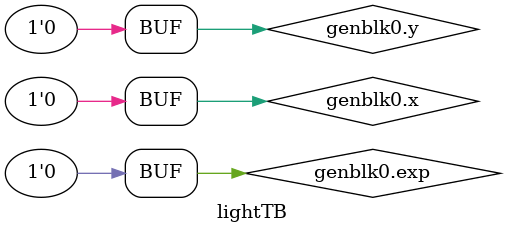
<source format=v>
module lightTB ();
begin

reg x;
reg y;

wire f;

reg exp;       // A value for calculating the expected result as  test check
reg error_det; // remember if we fail a test check

light u_light
(
 .x1(x),
 .x2(y),
 .f(f)
);

initial
begin
error_det = 0;
x = 0;  // Blocking statements evalute one at a time realtive to one another.
y = 0;
#100;
x = 1;
#100;
y = 1;
#100;
x = 0;
#100;
y = 0;
#100;
if (error_det) $display("Test FAILS");
else $display("Test PASSES");
end

// This is a automated checking system.  Each time x or y changes value,
// wait 5 ns and then check result. 

always @ (x or y)
begin
   #5;
   exp = x ^ y;
   if (f === exp) // === is like == but will not match X's
      $display("Result %x matches expected value %x.", f, exp);
   else
   begin
      $display("ERROR: Result %x does not matche expected value %x.",f,exp);
      error_det = 1'b1;
   end
end

end
endmodule
</source>
